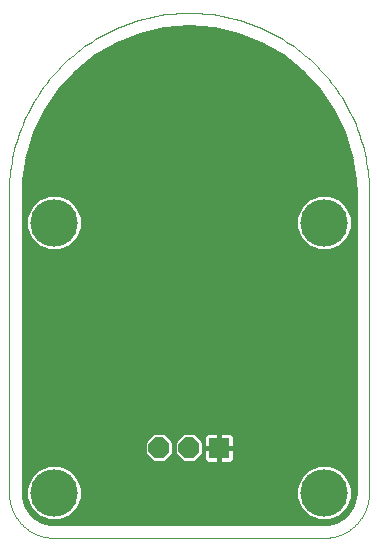
<source format=gbl>
G75*
%MOIN*%
%OFA0B0*%
%FSLAX25Y25*%
%IPPOS*%
%LPD*%
%AMOC8*
5,1,8,0,0,1.08239X$1,22.5*
%
%ADD10C,0.15811*%
%ADD11C,0.00000*%
%ADD12OC8,0.07000*%
%ADD13R,0.07000X0.07000*%
%ADD14C,0.01000*%
D10*
X0016500Y0016500D03*
X0016500Y0106500D03*
X0106500Y0106500D03*
X0106500Y0016500D03*
D11*
X0106500Y0001500D02*
X0106862Y0001504D01*
X0107225Y0001518D01*
X0107587Y0001539D01*
X0107948Y0001570D01*
X0108308Y0001609D01*
X0108667Y0001657D01*
X0109025Y0001714D01*
X0109382Y0001779D01*
X0109737Y0001853D01*
X0110090Y0001936D01*
X0110441Y0002027D01*
X0110789Y0002126D01*
X0111135Y0002234D01*
X0111479Y0002350D01*
X0111819Y0002475D01*
X0112156Y0002607D01*
X0112490Y0002748D01*
X0112821Y0002897D01*
X0113148Y0003054D01*
X0113471Y0003218D01*
X0113790Y0003390D01*
X0114104Y0003570D01*
X0114415Y0003758D01*
X0114720Y0003953D01*
X0115021Y0004155D01*
X0115317Y0004365D01*
X0115607Y0004581D01*
X0115893Y0004805D01*
X0116173Y0005035D01*
X0116447Y0005272D01*
X0116715Y0005516D01*
X0116978Y0005766D01*
X0117234Y0006022D01*
X0117484Y0006285D01*
X0117728Y0006553D01*
X0117965Y0006827D01*
X0118195Y0007107D01*
X0118419Y0007393D01*
X0118635Y0007683D01*
X0118845Y0007979D01*
X0119047Y0008280D01*
X0119242Y0008585D01*
X0119430Y0008896D01*
X0119610Y0009210D01*
X0119782Y0009529D01*
X0119946Y0009852D01*
X0120103Y0010179D01*
X0120252Y0010510D01*
X0120393Y0010844D01*
X0120525Y0011181D01*
X0120650Y0011521D01*
X0120766Y0011865D01*
X0120874Y0012211D01*
X0120973Y0012559D01*
X0121064Y0012910D01*
X0121147Y0013263D01*
X0121221Y0013618D01*
X0121286Y0013975D01*
X0121343Y0014333D01*
X0121391Y0014692D01*
X0121430Y0015052D01*
X0121461Y0015413D01*
X0121482Y0015775D01*
X0121496Y0016138D01*
X0121500Y0016500D01*
X0121500Y0116500D01*
X0121482Y0117961D01*
X0121429Y0119421D01*
X0121340Y0120880D01*
X0121216Y0122336D01*
X0121056Y0123788D01*
X0120861Y0125236D01*
X0120630Y0126679D01*
X0120365Y0128116D01*
X0120065Y0129546D01*
X0119730Y0130968D01*
X0119360Y0132382D01*
X0118956Y0133786D01*
X0118518Y0135180D01*
X0118046Y0136563D01*
X0117541Y0137934D01*
X0117002Y0139292D01*
X0116431Y0140637D01*
X0115827Y0141967D01*
X0115191Y0143283D01*
X0114523Y0144582D01*
X0113823Y0145865D01*
X0113092Y0147130D01*
X0112331Y0148378D01*
X0111540Y0149606D01*
X0110719Y0150815D01*
X0109869Y0152003D01*
X0108990Y0153170D01*
X0108083Y0154316D01*
X0107148Y0155439D01*
X0106186Y0156539D01*
X0105198Y0157615D01*
X0104184Y0158667D01*
X0103144Y0159694D01*
X0102080Y0160695D01*
X0100992Y0161671D01*
X0099880Y0162619D01*
X0098746Y0163540D01*
X0097589Y0164433D01*
X0096412Y0165297D01*
X0095213Y0166133D01*
X0093994Y0166939D01*
X0092756Y0167716D01*
X0091500Y0168462D01*
X0090226Y0169177D01*
X0088935Y0169861D01*
X0087627Y0170513D01*
X0086304Y0171133D01*
X0084966Y0171721D01*
X0083615Y0172276D01*
X0082250Y0172798D01*
X0080873Y0173286D01*
X0079484Y0173741D01*
X0078085Y0174162D01*
X0076676Y0174549D01*
X0075258Y0174901D01*
X0073832Y0175219D01*
X0072398Y0175502D01*
X0070958Y0175750D01*
X0069513Y0175963D01*
X0068062Y0176140D01*
X0066608Y0176282D01*
X0065151Y0176389D01*
X0063691Y0176460D01*
X0062231Y0176496D01*
X0060769Y0176496D01*
X0059309Y0176460D01*
X0057849Y0176389D01*
X0056392Y0176282D01*
X0054938Y0176140D01*
X0053487Y0175963D01*
X0052042Y0175750D01*
X0050602Y0175502D01*
X0049168Y0175219D01*
X0047742Y0174901D01*
X0046324Y0174549D01*
X0044915Y0174162D01*
X0043516Y0173741D01*
X0042127Y0173286D01*
X0040750Y0172798D01*
X0039385Y0172276D01*
X0038034Y0171721D01*
X0036696Y0171133D01*
X0035373Y0170513D01*
X0034065Y0169861D01*
X0032774Y0169177D01*
X0031500Y0168462D01*
X0030244Y0167716D01*
X0029006Y0166939D01*
X0027787Y0166133D01*
X0026588Y0165297D01*
X0025411Y0164433D01*
X0024254Y0163540D01*
X0023120Y0162619D01*
X0022008Y0161671D01*
X0020920Y0160695D01*
X0019856Y0159694D01*
X0018816Y0158667D01*
X0017802Y0157615D01*
X0016814Y0156539D01*
X0015852Y0155439D01*
X0014917Y0154316D01*
X0014010Y0153170D01*
X0013131Y0152003D01*
X0012281Y0150815D01*
X0011460Y0149606D01*
X0010669Y0148378D01*
X0009908Y0147130D01*
X0009177Y0145865D01*
X0008477Y0144582D01*
X0007809Y0143283D01*
X0007173Y0141967D01*
X0006569Y0140637D01*
X0005998Y0139292D01*
X0005459Y0137934D01*
X0004954Y0136563D01*
X0004482Y0135180D01*
X0004044Y0133786D01*
X0003640Y0132382D01*
X0003270Y0130968D01*
X0002935Y0129546D01*
X0002635Y0128116D01*
X0002370Y0126679D01*
X0002139Y0125236D01*
X0001944Y0123788D01*
X0001784Y0122336D01*
X0001660Y0120880D01*
X0001571Y0119421D01*
X0001518Y0117961D01*
X0001500Y0116500D01*
X0001500Y0016500D01*
X0001504Y0016138D01*
X0001518Y0015775D01*
X0001539Y0015413D01*
X0001570Y0015052D01*
X0001609Y0014692D01*
X0001657Y0014333D01*
X0001714Y0013975D01*
X0001779Y0013618D01*
X0001853Y0013263D01*
X0001936Y0012910D01*
X0002027Y0012559D01*
X0002126Y0012211D01*
X0002234Y0011865D01*
X0002350Y0011521D01*
X0002475Y0011181D01*
X0002607Y0010844D01*
X0002748Y0010510D01*
X0002897Y0010179D01*
X0003054Y0009852D01*
X0003218Y0009529D01*
X0003390Y0009210D01*
X0003570Y0008896D01*
X0003758Y0008585D01*
X0003953Y0008280D01*
X0004155Y0007979D01*
X0004365Y0007683D01*
X0004581Y0007393D01*
X0004805Y0007107D01*
X0005035Y0006827D01*
X0005272Y0006553D01*
X0005516Y0006285D01*
X0005766Y0006022D01*
X0006022Y0005766D01*
X0006285Y0005516D01*
X0006553Y0005272D01*
X0006827Y0005035D01*
X0007107Y0004805D01*
X0007393Y0004581D01*
X0007683Y0004365D01*
X0007979Y0004155D01*
X0008280Y0003953D01*
X0008585Y0003758D01*
X0008896Y0003570D01*
X0009210Y0003390D01*
X0009529Y0003218D01*
X0009852Y0003054D01*
X0010179Y0002897D01*
X0010510Y0002748D01*
X0010844Y0002607D01*
X0011181Y0002475D01*
X0011521Y0002350D01*
X0011865Y0002234D01*
X0012211Y0002126D01*
X0012559Y0002027D01*
X0012910Y0001936D01*
X0013263Y0001853D01*
X0013618Y0001779D01*
X0013975Y0001714D01*
X0014333Y0001657D01*
X0014692Y0001609D01*
X0015052Y0001570D01*
X0015413Y0001539D01*
X0015775Y0001518D01*
X0016138Y0001504D01*
X0016500Y0001500D01*
X0106500Y0001500D01*
D12*
X0061500Y0031500D03*
X0051500Y0031500D03*
D13*
X0071500Y0031500D03*
D14*
X0008170Y0010108D02*
X0006799Y0012482D01*
X0006090Y0015129D01*
X0006000Y0016500D01*
X0006000Y0116500D01*
X0006155Y0120648D01*
X0007391Y0128850D01*
X0009836Y0136776D01*
X0013436Y0144250D01*
X0018108Y0151104D01*
X0023750Y0157184D01*
X0030236Y0162356D01*
X0037419Y0166504D01*
X0045141Y0169534D01*
X0053228Y0171380D01*
X0061500Y0172000D01*
X0069772Y0171380D01*
X0077859Y0169534D01*
X0085581Y0166504D01*
X0092764Y0162356D01*
X0099250Y0157184D01*
X0104892Y0151104D01*
X0109564Y0144250D01*
X0113163Y0136776D01*
X0115609Y0128850D01*
X0116845Y0120648D01*
X0117000Y0116500D01*
X0117000Y0016500D01*
X0116910Y0015129D01*
X0116201Y0012482D01*
X0114830Y0010108D01*
X0112892Y0008170D01*
X0110518Y0006799D01*
X0107871Y0006090D01*
X0106500Y0006000D01*
X0016500Y0006000D01*
X0015129Y0006090D01*
X0012482Y0006799D01*
X0010108Y0008170D01*
X0008170Y0010108D01*
X0007951Y0010487D02*
X0009495Y0010487D01*
X0008696Y0011285D02*
X0011285Y0008696D01*
X0014669Y0007294D01*
X0018331Y0007294D01*
X0021714Y0008696D01*
X0024304Y0011285D01*
X0025705Y0014669D01*
X0025705Y0018331D01*
X0024304Y0021714D01*
X0021714Y0024304D01*
X0018331Y0025705D01*
X0014669Y0025705D01*
X0011285Y0024304D01*
X0008696Y0021714D01*
X0007294Y0018331D01*
X0007294Y0014669D01*
X0008696Y0011285D01*
X0008613Y0011485D02*
X0007375Y0011485D01*
X0006799Y0012484D02*
X0008200Y0012484D01*
X0007786Y0013482D02*
X0006531Y0013482D01*
X0006264Y0014481D02*
X0007372Y0014481D01*
X0007294Y0015479D02*
X0006067Y0015479D01*
X0006001Y0016478D02*
X0007294Y0016478D01*
X0007294Y0017476D02*
X0006000Y0017476D01*
X0006000Y0018475D02*
X0007354Y0018475D01*
X0007768Y0019473D02*
X0006000Y0019473D01*
X0006000Y0020472D02*
X0008181Y0020472D01*
X0008595Y0021470D02*
X0006000Y0021470D01*
X0006000Y0022469D02*
X0009450Y0022469D01*
X0010449Y0023467D02*
X0006000Y0023467D01*
X0006000Y0024466D02*
X0011676Y0024466D01*
X0014087Y0025464D02*
X0006000Y0025464D01*
X0006000Y0026463D02*
X0117000Y0026463D01*
X0117000Y0027461D02*
X0076409Y0027461D01*
X0076398Y0027421D02*
X0076500Y0027803D01*
X0076500Y0031114D01*
X0071886Y0031114D01*
X0071886Y0031886D01*
X0076500Y0031886D01*
X0076500Y0035197D01*
X0076398Y0035579D01*
X0076200Y0035921D01*
X0075921Y0036200D01*
X0075579Y0036398D01*
X0075197Y0036500D01*
X0071886Y0036500D01*
X0071886Y0031886D01*
X0071114Y0031886D01*
X0071114Y0036500D01*
X0067803Y0036500D01*
X0067421Y0036398D01*
X0067079Y0036200D01*
X0066800Y0035921D01*
X0066602Y0035579D01*
X0066500Y0035197D01*
X0066500Y0031886D01*
X0071114Y0031886D01*
X0071114Y0031114D01*
X0071886Y0031114D01*
X0071886Y0026500D01*
X0075197Y0026500D01*
X0075579Y0026602D01*
X0075921Y0026800D01*
X0076200Y0027079D01*
X0076398Y0027421D01*
X0076500Y0028460D02*
X0117000Y0028460D01*
X0117000Y0029458D02*
X0076500Y0029458D01*
X0076500Y0030457D02*
X0117000Y0030457D01*
X0117000Y0031455D02*
X0071886Y0031455D01*
X0071114Y0031455D02*
X0066300Y0031455D01*
X0066500Y0031114D02*
X0066500Y0027803D01*
X0066602Y0027421D01*
X0066800Y0027079D01*
X0067079Y0026800D01*
X0067421Y0026602D01*
X0067803Y0026500D01*
X0071114Y0026500D01*
X0071114Y0031114D01*
X0066500Y0031114D01*
X0066500Y0030457D02*
X0066300Y0030457D01*
X0066300Y0029512D02*
X0063488Y0026700D01*
X0059512Y0026700D01*
X0056700Y0029512D01*
X0056700Y0033488D01*
X0059512Y0036300D01*
X0063488Y0036300D01*
X0066300Y0033488D01*
X0066300Y0029512D01*
X0066247Y0029458D02*
X0066500Y0029458D01*
X0066500Y0028460D02*
X0065248Y0028460D01*
X0064250Y0027461D02*
X0066591Y0027461D01*
X0071114Y0027461D02*
X0071886Y0027461D01*
X0071886Y0028460D02*
X0071114Y0028460D01*
X0071114Y0029458D02*
X0071886Y0029458D01*
X0071886Y0030457D02*
X0071114Y0030457D01*
X0071114Y0032454D02*
X0071886Y0032454D01*
X0071886Y0033452D02*
X0071114Y0033452D01*
X0071114Y0034451D02*
X0071886Y0034451D01*
X0071886Y0035449D02*
X0071114Y0035449D01*
X0071114Y0036448D02*
X0071886Y0036448D01*
X0075392Y0036448D02*
X0117000Y0036448D01*
X0117000Y0037446D02*
X0006000Y0037446D01*
X0006000Y0036448D02*
X0067608Y0036448D01*
X0066568Y0035449D02*
X0064339Y0035449D01*
X0065337Y0034451D02*
X0066500Y0034451D01*
X0066500Y0033452D02*
X0066300Y0033452D01*
X0066300Y0032454D02*
X0066500Y0032454D01*
X0058661Y0035449D02*
X0054339Y0035449D01*
X0053488Y0036300D02*
X0049512Y0036300D01*
X0046700Y0033488D01*
X0046700Y0029512D01*
X0049512Y0026700D01*
X0053488Y0026700D01*
X0056300Y0029512D01*
X0056300Y0033488D01*
X0053488Y0036300D01*
X0055337Y0034451D02*
X0057663Y0034451D01*
X0056700Y0033452D02*
X0056300Y0033452D01*
X0056300Y0032454D02*
X0056700Y0032454D01*
X0056700Y0031455D02*
X0056300Y0031455D01*
X0056300Y0030457D02*
X0056700Y0030457D01*
X0056753Y0029458D02*
X0056247Y0029458D01*
X0055248Y0028460D02*
X0057752Y0028460D01*
X0058750Y0027461D02*
X0054250Y0027461D01*
X0048750Y0027461D02*
X0006000Y0027461D01*
X0006000Y0028460D02*
X0047752Y0028460D01*
X0046753Y0029458D02*
X0006000Y0029458D01*
X0006000Y0030457D02*
X0046700Y0030457D01*
X0046700Y0031455D02*
X0006000Y0031455D01*
X0006000Y0032454D02*
X0046700Y0032454D01*
X0046700Y0033452D02*
X0006000Y0033452D01*
X0006000Y0034451D02*
X0047663Y0034451D01*
X0048661Y0035449D02*
X0006000Y0035449D01*
X0006000Y0038445D02*
X0117000Y0038445D01*
X0117000Y0039443D02*
X0006000Y0039443D01*
X0006000Y0040442D02*
X0117000Y0040442D01*
X0117000Y0041440D02*
X0006000Y0041440D01*
X0006000Y0042439D02*
X0117000Y0042439D01*
X0117000Y0043437D02*
X0006000Y0043437D01*
X0006000Y0044436D02*
X0117000Y0044436D01*
X0117000Y0045434D02*
X0006000Y0045434D01*
X0006000Y0046433D02*
X0117000Y0046433D01*
X0117000Y0047432D02*
X0006000Y0047432D01*
X0006000Y0048430D02*
X0117000Y0048430D01*
X0117000Y0049429D02*
X0006000Y0049429D01*
X0006000Y0050427D02*
X0117000Y0050427D01*
X0117000Y0051426D02*
X0006000Y0051426D01*
X0006000Y0052424D02*
X0117000Y0052424D01*
X0117000Y0053423D02*
X0006000Y0053423D01*
X0006000Y0054421D02*
X0117000Y0054421D01*
X0117000Y0055420D02*
X0006000Y0055420D01*
X0006000Y0056418D02*
X0117000Y0056418D01*
X0117000Y0057417D02*
X0006000Y0057417D01*
X0006000Y0058415D02*
X0117000Y0058415D01*
X0117000Y0059414D02*
X0006000Y0059414D01*
X0006000Y0060412D02*
X0117000Y0060412D01*
X0117000Y0061411D02*
X0006000Y0061411D01*
X0006000Y0062409D02*
X0117000Y0062409D01*
X0117000Y0063408D02*
X0006000Y0063408D01*
X0006000Y0064406D02*
X0117000Y0064406D01*
X0117000Y0065405D02*
X0006000Y0065405D01*
X0006000Y0066403D02*
X0117000Y0066403D01*
X0117000Y0067402D02*
X0006000Y0067402D01*
X0006000Y0068400D02*
X0117000Y0068400D01*
X0117000Y0069399D02*
X0006000Y0069399D01*
X0006000Y0070397D02*
X0117000Y0070397D01*
X0117000Y0071396D02*
X0006000Y0071396D01*
X0006000Y0072394D02*
X0117000Y0072394D01*
X0117000Y0073393D02*
X0006000Y0073393D01*
X0006000Y0074391D02*
X0117000Y0074391D01*
X0117000Y0075390D02*
X0006000Y0075390D01*
X0006000Y0076388D02*
X0117000Y0076388D01*
X0117000Y0077387D02*
X0006000Y0077387D01*
X0006000Y0078385D02*
X0117000Y0078385D01*
X0117000Y0079384D02*
X0006000Y0079384D01*
X0006000Y0080382D02*
X0117000Y0080382D01*
X0117000Y0081381D02*
X0006000Y0081381D01*
X0006000Y0082379D02*
X0117000Y0082379D01*
X0117000Y0083378D02*
X0006000Y0083378D01*
X0006000Y0084376D02*
X0117000Y0084376D01*
X0117000Y0085375D02*
X0006000Y0085375D01*
X0006000Y0086373D02*
X0117000Y0086373D01*
X0117000Y0087372D02*
X0006000Y0087372D01*
X0006000Y0088370D02*
X0117000Y0088370D01*
X0117000Y0089369D02*
X0006000Y0089369D01*
X0006000Y0090368D02*
X0117000Y0090368D01*
X0117000Y0091366D02*
X0006000Y0091366D01*
X0006000Y0092365D02*
X0117000Y0092365D01*
X0117000Y0093363D02*
X0006000Y0093363D01*
X0006000Y0094362D02*
X0117000Y0094362D01*
X0117000Y0095360D02*
X0006000Y0095360D01*
X0006000Y0096359D02*
X0117000Y0096359D01*
X0117000Y0097357D02*
X0108482Y0097357D01*
X0108331Y0097294D02*
X0111714Y0098696D01*
X0114304Y0101285D01*
X0115705Y0104669D01*
X0115705Y0108331D01*
X0114304Y0111714D01*
X0111714Y0114304D01*
X0108331Y0115705D01*
X0104669Y0115705D01*
X0101285Y0114304D01*
X0098696Y0111714D01*
X0097294Y0108331D01*
X0097294Y0104669D01*
X0098696Y0101285D01*
X0101285Y0098696D01*
X0104669Y0097294D01*
X0108331Y0097294D01*
X0110893Y0098356D02*
X0117000Y0098356D01*
X0117000Y0099354D02*
X0112373Y0099354D01*
X0113371Y0100353D02*
X0117000Y0100353D01*
X0117000Y0101351D02*
X0114331Y0101351D01*
X0114745Y0102350D02*
X0117000Y0102350D01*
X0117000Y0103348D02*
X0115158Y0103348D01*
X0115572Y0104347D02*
X0117000Y0104347D01*
X0117000Y0105345D02*
X0115705Y0105345D01*
X0115705Y0106344D02*
X0117000Y0106344D01*
X0117000Y0107342D02*
X0115705Y0107342D01*
X0115702Y0108341D02*
X0117000Y0108341D01*
X0117000Y0109339D02*
X0115288Y0109339D01*
X0114874Y0110338D02*
X0117000Y0110338D01*
X0117000Y0111336D02*
X0114461Y0111336D01*
X0113684Y0112335D02*
X0117000Y0112335D01*
X0117000Y0113333D02*
X0112685Y0113333D01*
X0111648Y0114332D02*
X0117000Y0114332D01*
X0117000Y0115330D02*
X0109237Y0115330D01*
X0103763Y0115330D02*
X0019237Y0115330D01*
X0018331Y0115705D02*
X0014669Y0115705D01*
X0011285Y0114304D01*
X0008696Y0111714D01*
X0007294Y0108331D01*
X0007294Y0104669D01*
X0008696Y0101285D01*
X0011285Y0098696D01*
X0014669Y0097294D01*
X0018331Y0097294D01*
X0021714Y0098696D01*
X0024304Y0101285D01*
X0025705Y0104669D01*
X0025705Y0108331D01*
X0024304Y0111714D01*
X0021714Y0114304D01*
X0018331Y0115705D01*
X0021648Y0114332D02*
X0101352Y0114332D01*
X0100315Y0113333D02*
X0022685Y0113333D01*
X0023684Y0112335D02*
X0099316Y0112335D01*
X0098539Y0111336D02*
X0024461Y0111336D01*
X0024874Y0110338D02*
X0098126Y0110338D01*
X0097712Y0109339D02*
X0025288Y0109339D01*
X0025702Y0108341D02*
X0097298Y0108341D01*
X0097294Y0107342D02*
X0025705Y0107342D01*
X0025705Y0106344D02*
X0097294Y0106344D01*
X0097294Y0105345D02*
X0025705Y0105345D01*
X0025572Y0104347D02*
X0097428Y0104347D01*
X0097842Y0103348D02*
X0025158Y0103348D01*
X0024745Y0102350D02*
X0098255Y0102350D01*
X0098669Y0101351D02*
X0024331Y0101351D01*
X0023371Y0100353D02*
X0099629Y0100353D01*
X0100627Y0099354D02*
X0022373Y0099354D01*
X0020893Y0098356D02*
X0102107Y0098356D01*
X0104518Y0097357D02*
X0018482Y0097357D01*
X0014518Y0097357D02*
X0006000Y0097357D01*
X0006000Y0098356D02*
X0012107Y0098356D01*
X0010627Y0099354D02*
X0006000Y0099354D01*
X0006000Y0100353D02*
X0009629Y0100353D01*
X0008669Y0101351D02*
X0006000Y0101351D01*
X0006000Y0102350D02*
X0008255Y0102350D01*
X0007842Y0103348D02*
X0006000Y0103348D01*
X0006000Y0104347D02*
X0007428Y0104347D01*
X0007294Y0105345D02*
X0006000Y0105345D01*
X0006000Y0106344D02*
X0007294Y0106344D01*
X0007294Y0107342D02*
X0006000Y0107342D01*
X0006000Y0108341D02*
X0007298Y0108341D01*
X0007712Y0109339D02*
X0006000Y0109339D01*
X0006000Y0110338D02*
X0008126Y0110338D01*
X0008539Y0111336D02*
X0006000Y0111336D01*
X0006000Y0112335D02*
X0009316Y0112335D01*
X0010315Y0113333D02*
X0006000Y0113333D01*
X0006000Y0114332D02*
X0011352Y0114332D01*
X0013763Y0115330D02*
X0006000Y0115330D01*
X0006000Y0116329D02*
X0117000Y0116329D01*
X0116969Y0117327D02*
X0006031Y0117327D01*
X0006068Y0118326D02*
X0116932Y0118326D01*
X0116894Y0119324D02*
X0006106Y0119324D01*
X0006143Y0120323D02*
X0116857Y0120323D01*
X0116743Y0121321D02*
X0006257Y0121321D01*
X0006407Y0122320D02*
X0116593Y0122320D01*
X0116442Y0123318D02*
X0006558Y0123318D01*
X0006708Y0124317D02*
X0116292Y0124317D01*
X0116141Y0125315D02*
X0006859Y0125315D01*
X0007009Y0126314D02*
X0115991Y0126314D01*
X0115840Y0127312D02*
X0007160Y0127312D01*
X0007310Y0128311D02*
X0115690Y0128311D01*
X0115467Y0129309D02*
X0007533Y0129309D01*
X0007841Y0130308D02*
X0115159Y0130308D01*
X0114851Y0131306D02*
X0008149Y0131306D01*
X0008457Y0132305D02*
X0114543Y0132305D01*
X0114235Y0133303D02*
X0008765Y0133303D01*
X0009073Y0134302D02*
X0113927Y0134302D01*
X0113619Y0135301D02*
X0009381Y0135301D01*
X0009689Y0136299D02*
X0113311Y0136299D01*
X0112913Y0137298D02*
X0010087Y0137298D01*
X0010568Y0138296D02*
X0112432Y0138296D01*
X0111951Y0139295D02*
X0011049Y0139295D01*
X0011530Y0140293D02*
X0111470Y0140293D01*
X0110989Y0141292D02*
X0012011Y0141292D01*
X0012492Y0142290D02*
X0110508Y0142290D01*
X0110027Y0143289D02*
X0012973Y0143289D01*
X0013461Y0144287D02*
X0109539Y0144287D01*
X0108858Y0145286D02*
X0014142Y0145286D01*
X0014822Y0146284D02*
X0108178Y0146284D01*
X0107497Y0147283D02*
X0015503Y0147283D01*
X0016184Y0148281D02*
X0106816Y0148281D01*
X0106135Y0149280D02*
X0016865Y0149280D01*
X0017546Y0150278D02*
X0105454Y0150278D01*
X0104731Y0151277D02*
X0018269Y0151277D01*
X0019195Y0152275D02*
X0103805Y0152275D01*
X0102878Y0153274D02*
X0020122Y0153274D01*
X0021048Y0154272D02*
X0101952Y0154272D01*
X0101025Y0155271D02*
X0021975Y0155271D01*
X0022901Y0156269D02*
X0100099Y0156269D01*
X0099145Y0157268D02*
X0023855Y0157268D01*
X0025107Y0158266D02*
X0097893Y0158266D01*
X0096641Y0159265D02*
X0026359Y0159265D01*
X0027611Y0160263D02*
X0095389Y0160263D01*
X0094137Y0161262D02*
X0028863Y0161262D01*
X0030115Y0162260D02*
X0092885Y0162260D01*
X0091201Y0163259D02*
X0031799Y0163259D01*
X0033529Y0164257D02*
X0089471Y0164257D01*
X0087742Y0165256D02*
X0035258Y0165256D01*
X0036987Y0166254D02*
X0086013Y0166254D01*
X0083672Y0167253D02*
X0039328Y0167253D01*
X0041872Y0168251D02*
X0081128Y0168251D01*
X0078584Y0169250D02*
X0044416Y0169250D01*
X0048270Y0170248D02*
X0074730Y0170248D01*
X0070355Y0171247D02*
X0052645Y0171247D01*
X0076432Y0035449D02*
X0117000Y0035449D01*
X0117000Y0034451D02*
X0076500Y0034451D01*
X0076500Y0033452D02*
X0117000Y0033452D01*
X0117000Y0032454D02*
X0076500Y0032454D01*
X0098696Y0021714D02*
X0097294Y0018331D01*
X0097294Y0014669D01*
X0098696Y0011285D01*
X0101285Y0008696D01*
X0104669Y0007294D01*
X0108331Y0007294D01*
X0111714Y0008696D01*
X0114304Y0011285D01*
X0115705Y0014669D01*
X0115705Y0018331D01*
X0114304Y0021714D01*
X0111714Y0024304D01*
X0108331Y0025705D01*
X0104669Y0025705D01*
X0101285Y0024304D01*
X0098696Y0021714D01*
X0098595Y0021470D02*
X0024405Y0021470D01*
X0024819Y0020472D02*
X0098181Y0020472D01*
X0097768Y0019473D02*
X0025232Y0019473D01*
X0025646Y0018475D02*
X0097354Y0018475D01*
X0097294Y0017476D02*
X0025705Y0017476D01*
X0025705Y0016478D02*
X0097294Y0016478D01*
X0097294Y0015479D02*
X0025705Y0015479D01*
X0025628Y0014481D02*
X0097372Y0014481D01*
X0097786Y0013482D02*
X0025214Y0013482D01*
X0024800Y0012484D02*
X0098200Y0012484D01*
X0098613Y0011485D02*
X0024387Y0011485D01*
X0023505Y0010487D02*
X0099495Y0010487D01*
X0100493Y0009488D02*
X0022507Y0009488D01*
X0021216Y0008490D02*
X0101784Y0008490D01*
X0104194Y0007491D02*
X0018806Y0007491D01*
X0014194Y0007491D02*
X0011284Y0007491D01*
X0011784Y0008490D02*
X0009788Y0008490D01*
X0010493Y0009488D02*
X0008790Y0009488D01*
X0013626Y0006493D02*
X0109374Y0006493D01*
X0108806Y0007491D02*
X0111716Y0007491D01*
X0111216Y0008490D02*
X0113212Y0008490D01*
X0112507Y0009488D02*
X0114210Y0009488D01*
X0113505Y0010487D02*
X0115049Y0010487D01*
X0115625Y0011485D02*
X0114387Y0011485D01*
X0114800Y0012484D02*
X0116201Y0012484D01*
X0116469Y0013482D02*
X0115214Y0013482D01*
X0115628Y0014481D02*
X0116736Y0014481D01*
X0116933Y0015479D02*
X0115705Y0015479D01*
X0115705Y0016478D02*
X0116999Y0016478D01*
X0117000Y0017476D02*
X0115705Y0017476D01*
X0115646Y0018475D02*
X0117000Y0018475D01*
X0117000Y0019473D02*
X0115232Y0019473D01*
X0114819Y0020472D02*
X0117000Y0020472D01*
X0117000Y0021470D02*
X0114405Y0021470D01*
X0113550Y0022469D02*
X0117000Y0022469D01*
X0117000Y0023467D02*
X0112551Y0023467D01*
X0111324Y0024466D02*
X0117000Y0024466D01*
X0117000Y0025464D02*
X0108913Y0025464D01*
X0104087Y0025464D02*
X0018913Y0025464D01*
X0021324Y0024466D02*
X0101676Y0024466D01*
X0100449Y0023467D02*
X0022551Y0023467D01*
X0023550Y0022469D02*
X0099450Y0022469D01*
M02*

</source>
